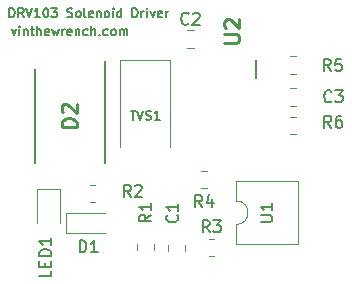
<source format=gbr>
%TF.GenerationSoftware,KiCad,Pcbnew,9.0.3*%
%TF.CreationDate,2025-07-11T14:37:00-05:00*%
%TF.ProjectId,drvplugin,64727670-6c75-4676-996e-2e6b69636164,rev?*%
%TF.SameCoordinates,Original*%
%TF.FileFunction,Legend,Top*%
%TF.FilePolarity,Positive*%
%FSLAX46Y46*%
G04 Gerber Fmt 4.6, Leading zero omitted, Abs format (unit mm)*
G04 Created by KiCad (PCBNEW 9.0.3) date 2025-07-11 14:37:00*
%MOMM*%
%LPD*%
G01*
G04 APERTURE LIST*
%ADD10C,0.150000*%
%ADD11C,0.187500*%
%ADD12C,0.254000*%
%ADD13C,0.127000*%
%ADD14C,0.120000*%
%ADD15C,0.200000*%
G04 APERTURE END LIST*
D10*
X42657541Y-45390945D02*
X42838969Y-45898945D01*
X42838969Y-45898945D02*
X43020398Y-45390945D01*
X43310683Y-45898945D02*
X43310683Y-45390945D01*
X43310683Y-45136945D02*
X43274397Y-45173231D01*
X43274397Y-45173231D02*
X43310683Y-45209517D01*
X43310683Y-45209517D02*
X43346969Y-45173231D01*
X43346969Y-45173231D02*
X43310683Y-45136945D01*
X43310683Y-45136945D02*
X43310683Y-45209517D01*
X43673540Y-45390945D02*
X43673540Y-45898945D01*
X43673540Y-45463517D02*
X43709826Y-45427231D01*
X43709826Y-45427231D02*
X43782397Y-45390945D01*
X43782397Y-45390945D02*
X43891254Y-45390945D01*
X43891254Y-45390945D02*
X43963826Y-45427231D01*
X43963826Y-45427231D02*
X44000112Y-45499802D01*
X44000112Y-45499802D02*
X44000112Y-45898945D01*
X44254112Y-45390945D02*
X44544398Y-45390945D01*
X44362969Y-45136945D02*
X44362969Y-45790088D01*
X44362969Y-45790088D02*
X44399255Y-45862660D01*
X44399255Y-45862660D02*
X44471826Y-45898945D01*
X44471826Y-45898945D02*
X44544398Y-45898945D01*
X44798398Y-45898945D02*
X44798398Y-45136945D01*
X45124970Y-45898945D02*
X45124970Y-45499802D01*
X45124970Y-45499802D02*
X45088684Y-45427231D01*
X45088684Y-45427231D02*
X45016112Y-45390945D01*
X45016112Y-45390945D02*
X44907255Y-45390945D01*
X44907255Y-45390945D02*
X44834684Y-45427231D01*
X44834684Y-45427231D02*
X44798398Y-45463517D01*
X45778113Y-45862660D02*
X45705541Y-45898945D01*
X45705541Y-45898945D02*
X45560399Y-45898945D01*
X45560399Y-45898945D02*
X45487827Y-45862660D01*
X45487827Y-45862660D02*
X45451541Y-45790088D01*
X45451541Y-45790088D02*
X45451541Y-45499802D01*
X45451541Y-45499802D02*
X45487827Y-45427231D01*
X45487827Y-45427231D02*
X45560399Y-45390945D01*
X45560399Y-45390945D02*
X45705541Y-45390945D01*
X45705541Y-45390945D02*
X45778113Y-45427231D01*
X45778113Y-45427231D02*
X45814399Y-45499802D01*
X45814399Y-45499802D02*
X45814399Y-45572374D01*
X45814399Y-45572374D02*
X45451541Y-45644945D01*
X46068399Y-45390945D02*
X46213542Y-45898945D01*
X46213542Y-45898945D02*
X46358684Y-45536088D01*
X46358684Y-45536088D02*
X46503827Y-45898945D01*
X46503827Y-45898945D02*
X46648970Y-45390945D01*
X46939256Y-45898945D02*
X46939256Y-45390945D01*
X46939256Y-45536088D02*
X46975542Y-45463517D01*
X46975542Y-45463517D02*
X47011828Y-45427231D01*
X47011828Y-45427231D02*
X47084399Y-45390945D01*
X47084399Y-45390945D02*
X47156970Y-45390945D01*
X47701256Y-45862660D02*
X47628684Y-45898945D01*
X47628684Y-45898945D02*
X47483542Y-45898945D01*
X47483542Y-45898945D02*
X47410970Y-45862660D01*
X47410970Y-45862660D02*
X47374684Y-45790088D01*
X47374684Y-45790088D02*
X47374684Y-45499802D01*
X47374684Y-45499802D02*
X47410970Y-45427231D01*
X47410970Y-45427231D02*
X47483542Y-45390945D01*
X47483542Y-45390945D02*
X47628684Y-45390945D01*
X47628684Y-45390945D02*
X47701256Y-45427231D01*
X47701256Y-45427231D02*
X47737542Y-45499802D01*
X47737542Y-45499802D02*
X47737542Y-45572374D01*
X47737542Y-45572374D02*
X47374684Y-45644945D01*
X48064113Y-45390945D02*
X48064113Y-45898945D01*
X48064113Y-45463517D02*
X48100399Y-45427231D01*
X48100399Y-45427231D02*
X48172970Y-45390945D01*
X48172970Y-45390945D02*
X48281827Y-45390945D01*
X48281827Y-45390945D02*
X48354399Y-45427231D01*
X48354399Y-45427231D02*
X48390685Y-45499802D01*
X48390685Y-45499802D02*
X48390685Y-45898945D01*
X49080114Y-45862660D02*
X49007542Y-45898945D01*
X49007542Y-45898945D02*
X48862399Y-45898945D01*
X48862399Y-45898945D02*
X48789828Y-45862660D01*
X48789828Y-45862660D02*
X48753542Y-45826374D01*
X48753542Y-45826374D02*
X48717256Y-45753802D01*
X48717256Y-45753802D02*
X48717256Y-45536088D01*
X48717256Y-45536088D02*
X48753542Y-45463517D01*
X48753542Y-45463517D02*
X48789828Y-45427231D01*
X48789828Y-45427231D02*
X48862399Y-45390945D01*
X48862399Y-45390945D02*
X49007542Y-45390945D01*
X49007542Y-45390945D02*
X49080114Y-45427231D01*
X49406685Y-45898945D02*
X49406685Y-45136945D01*
X49733257Y-45898945D02*
X49733257Y-45499802D01*
X49733257Y-45499802D02*
X49696971Y-45427231D01*
X49696971Y-45427231D02*
X49624399Y-45390945D01*
X49624399Y-45390945D02*
X49515542Y-45390945D01*
X49515542Y-45390945D02*
X49442971Y-45427231D01*
X49442971Y-45427231D02*
X49406685Y-45463517D01*
X50096114Y-45826374D02*
X50132400Y-45862660D01*
X50132400Y-45862660D02*
X50096114Y-45898945D01*
X50096114Y-45898945D02*
X50059828Y-45862660D01*
X50059828Y-45862660D02*
X50096114Y-45826374D01*
X50096114Y-45826374D02*
X50096114Y-45898945D01*
X50785543Y-45862660D02*
X50712971Y-45898945D01*
X50712971Y-45898945D02*
X50567828Y-45898945D01*
X50567828Y-45898945D02*
X50495257Y-45862660D01*
X50495257Y-45862660D02*
X50458971Y-45826374D01*
X50458971Y-45826374D02*
X50422685Y-45753802D01*
X50422685Y-45753802D02*
X50422685Y-45536088D01*
X50422685Y-45536088D02*
X50458971Y-45463517D01*
X50458971Y-45463517D02*
X50495257Y-45427231D01*
X50495257Y-45427231D02*
X50567828Y-45390945D01*
X50567828Y-45390945D02*
X50712971Y-45390945D01*
X50712971Y-45390945D02*
X50785543Y-45427231D01*
X51220971Y-45898945D02*
X51148400Y-45862660D01*
X51148400Y-45862660D02*
X51112114Y-45826374D01*
X51112114Y-45826374D02*
X51075828Y-45753802D01*
X51075828Y-45753802D02*
X51075828Y-45536088D01*
X51075828Y-45536088D02*
X51112114Y-45463517D01*
X51112114Y-45463517D02*
X51148400Y-45427231D01*
X51148400Y-45427231D02*
X51220971Y-45390945D01*
X51220971Y-45390945D02*
X51329828Y-45390945D01*
X51329828Y-45390945D02*
X51402400Y-45427231D01*
X51402400Y-45427231D02*
X51438686Y-45463517D01*
X51438686Y-45463517D02*
X51474971Y-45536088D01*
X51474971Y-45536088D02*
X51474971Y-45753802D01*
X51474971Y-45753802D02*
X51438686Y-45826374D01*
X51438686Y-45826374D02*
X51402400Y-45862660D01*
X51402400Y-45862660D02*
X51329828Y-45898945D01*
X51329828Y-45898945D02*
X51220971Y-45898945D01*
X51801543Y-45898945D02*
X51801543Y-45390945D01*
X51801543Y-45463517D02*
X51837829Y-45427231D01*
X51837829Y-45427231D02*
X51910400Y-45390945D01*
X51910400Y-45390945D02*
X52019257Y-45390945D01*
X52019257Y-45390945D02*
X52091829Y-45427231D01*
X52091829Y-45427231D02*
X52128115Y-45499802D01*
X52128115Y-45499802D02*
X52128115Y-45898945D01*
X52128115Y-45499802D02*
X52164400Y-45427231D01*
X52164400Y-45427231D02*
X52236972Y-45390945D01*
X52236972Y-45390945D02*
X52345829Y-45390945D01*
X52345829Y-45390945D02*
X52418400Y-45427231D01*
X52418400Y-45427231D02*
X52454686Y-45499802D01*
X52454686Y-45499802D02*
X52454686Y-45898945D01*
D11*
X42473429Y-44346995D02*
X42473429Y-43584995D01*
X42473429Y-43584995D02*
X42654858Y-43584995D01*
X42654858Y-43584995D02*
X42763715Y-43621281D01*
X42763715Y-43621281D02*
X42836286Y-43693852D01*
X42836286Y-43693852D02*
X42872572Y-43766424D01*
X42872572Y-43766424D02*
X42908858Y-43911567D01*
X42908858Y-43911567D02*
X42908858Y-44020424D01*
X42908858Y-44020424D02*
X42872572Y-44165567D01*
X42872572Y-44165567D02*
X42836286Y-44238138D01*
X42836286Y-44238138D02*
X42763715Y-44310710D01*
X42763715Y-44310710D02*
X42654858Y-44346995D01*
X42654858Y-44346995D02*
X42473429Y-44346995D01*
X43670858Y-44346995D02*
X43416858Y-43984138D01*
X43235429Y-44346995D02*
X43235429Y-43584995D01*
X43235429Y-43584995D02*
X43525715Y-43584995D01*
X43525715Y-43584995D02*
X43598286Y-43621281D01*
X43598286Y-43621281D02*
X43634572Y-43657567D01*
X43634572Y-43657567D02*
X43670858Y-43730138D01*
X43670858Y-43730138D02*
X43670858Y-43838995D01*
X43670858Y-43838995D02*
X43634572Y-43911567D01*
X43634572Y-43911567D02*
X43598286Y-43947852D01*
X43598286Y-43947852D02*
X43525715Y-43984138D01*
X43525715Y-43984138D02*
X43235429Y-43984138D01*
X43888572Y-43584995D02*
X44142572Y-44346995D01*
X44142572Y-44346995D02*
X44396572Y-43584995D01*
X45049715Y-44346995D02*
X44614286Y-44346995D01*
X44832001Y-44346995D02*
X44832001Y-43584995D01*
X44832001Y-43584995D02*
X44759429Y-43693852D01*
X44759429Y-43693852D02*
X44686858Y-43766424D01*
X44686858Y-43766424D02*
X44614286Y-43802710D01*
X45521429Y-43584995D02*
X45594000Y-43584995D01*
X45594000Y-43584995D02*
X45666572Y-43621281D01*
X45666572Y-43621281D02*
X45702858Y-43657567D01*
X45702858Y-43657567D02*
X45739143Y-43730138D01*
X45739143Y-43730138D02*
X45775429Y-43875281D01*
X45775429Y-43875281D02*
X45775429Y-44056710D01*
X45775429Y-44056710D02*
X45739143Y-44201852D01*
X45739143Y-44201852D02*
X45702858Y-44274424D01*
X45702858Y-44274424D02*
X45666572Y-44310710D01*
X45666572Y-44310710D02*
X45594000Y-44346995D01*
X45594000Y-44346995D02*
X45521429Y-44346995D01*
X45521429Y-44346995D02*
X45448858Y-44310710D01*
X45448858Y-44310710D02*
X45412572Y-44274424D01*
X45412572Y-44274424D02*
X45376286Y-44201852D01*
X45376286Y-44201852D02*
X45340000Y-44056710D01*
X45340000Y-44056710D02*
X45340000Y-43875281D01*
X45340000Y-43875281D02*
X45376286Y-43730138D01*
X45376286Y-43730138D02*
X45412572Y-43657567D01*
X45412572Y-43657567D02*
X45448858Y-43621281D01*
X45448858Y-43621281D02*
X45521429Y-43584995D01*
X46029429Y-43584995D02*
X46501143Y-43584995D01*
X46501143Y-43584995D02*
X46247143Y-43875281D01*
X46247143Y-43875281D02*
X46356000Y-43875281D01*
X46356000Y-43875281D02*
X46428572Y-43911567D01*
X46428572Y-43911567D02*
X46464857Y-43947852D01*
X46464857Y-43947852D02*
X46501143Y-44020424D01*
X46501143Y-44020424D02*
X46501143Y-44201852D01*
X46501143Y-44201852D02*
X46464857Y-44274424D01*
X46464857Y-44274424D02*
X46428572Y-44310710D01*
X46428572Y-44310710D02*
X46356000Y-44346995D01*
X46356000Y-44346995D02*
X46138286Y-44346995D01*
X46138286Y-44346995D02*
X46065714Y-44310710D01*
X46065714Y-44310710D02*
X46029429Y-44274424D01*
X47371999Y-44310710D02*
X47480857Y-44346995D01*
X47480857Y-44346995D02*
X47662285Y-44346995D01*
X47662285Y-44346995D02*
X47734857Y-44310710D01*
X47734857Y-44310710D02*
X47771142Y-44274424D01*
X47771142Y-44274424D02*
X47807428Y-44201852D01*
X47807428Y-44201852D02*
X47807428Y-44129281D01*
X47807428Y-44129281D02*
X47771142Y-44056710D01*
X47771142Y-44056710D02*
X47734857Y-44020424D01*
X47734857Y-44020424D02*
X47662285Y-43984138D01*
X47662285Y-43984138D02*
X47517142Y-43947852D01*
X47517142Y-43947852D02*
X47444571Y-43911567D01*
X47444571Y-43911567D02*
X47408285Y-43875281D01*
X47408285Y-43875281D02*
X47371999Y-43802710D01*
X47371999Y-43802710D02*
X47371999Y-43730138D01*
X47371999Y-43730138D02*
X47408285Y-43657567D01*
X47408285Y-43657567D02*
X47444571Y-43621281D01*
X47444571Y-43621281D02*
X47517142Y-43584995D01*
X47517142Y-43584995D02*
X47698571Y-43584995D01*
X47698571Y-43584995D02*
X47807428Y-43621281D01*
X48242856Y-44346995D02*
X48170285Y-44310710D01*
X48170285Y-44310710D02*
X48133999Y-44274424D01*
X48133999Y-44274424D02*
X48097713Y-44201852D01*
X48097713Y-44201852D02*
X48097713Y-43984138D01*
X48097713Y-43984138D02*
X48133999Y-43911567D01*
X48133999Y-43911567D02*
X48170285Y-43875281D01*
X48170285Y-43875281D02*
X48242856Y-43838995D01*
X48242856Y-43838995D02*
X48351713Y-43838995D01*
X48351713Y-43838995D02*
X48424285Y-43875281D01*
X48424285Y-43875281D02*
X48460571Y-43911567D01*
X48460571Y-43911567D02*
X48496856Y-43984138D01*
X48496856Y-43984138D02*
X48496856Y-44201852D01*
X48496856Y-44201852D02*
X48460571Y-44274424D01*
X48460571Y-44274424D02*
X48424285Y-44310710D01*
X48424285Y-44310710D02*
X48351713Y-44346995D01*
X48351713Y-44346995D02*
X48242856Y-44346995D01*
X48932285Y-44346995D02*
X48859714Y-44310710D01*
X48859714Y-44310710D02*
X48823428Y-44238138D01*
X48823428Y-44238138D02*
X48823428Y-43584995D01*
X49512857Y-44310710D02*
X49440285Y-44346995D01*
X49440285Y-44346995D02*
X49295143Y-44346995D01*
X49295143Y-44346995D02*
X49222571Y-44310710D01*
X49222571Y-44310710D02*
X49186285Y-44238138D01*
X49186285Y-44238138D02*
X49186285Y-43947852D01*
X49186285Y-43947852D02*
X49222571Y-43875281D01*
X49222571Y-43875281D02*
X49295143Y-43838995D01*
X49295143Y-43838995D02*
X49440285Y-43838995D01*
X49440285Y-43838995D02*
X49512857Y-43875281D01*
X49512857Y-43875281D02*
X49549143Y-43947852D01*
X49549143Y-43947852D02*
X49549143Y-44020424D01*
X49549143Y-44020424D02*
X49186285Y-44092995D01*
X49875714Y-43838995D02*
X49875714Y-44346995D01*
X49875714Y-43911567D02*
X49912000Y-43875281D01*
X49912000Y-43875281D02*
X49984571Y-43838995D01*
X49984571Y-43838995D02*
X50093428Y-43838995D01*
X50093428Y-43838995D02*
X50166000Y-43875281D01*
X50166000Y-43875281D02*
X50202286Y-43947852D01*
X50202286Y-43947852D02*
X50202286Y-44346995D01*
X50674000Y-44346995D02*
X50601429Y-44310710D01*
X50601429Y-44310710D02*
X50565143Y-44274424D01*
X50565143Y-44274424D02*
X50528857Y-44201852D01*
X50528857Y-44201852D02*
X50528857Y-43984138D01*
X50528857Y-43984138D02*
X50565143Y-43911567D01*
X50565143Y-43911567D02*
X50601429Y-43875281D01*
X50601429Y-43875281D02*
X50674000Y-43838995D01*
X50674000Y-43838995D02*
X50782857Y-43838995D01*
X50782857Y-43838995D02*
X50855429Y-43875281D01*
X50855429Y-43875281D02*
X50891715Y-43911567D01*
X50891715Y-43911567D02*
X50928000Y-43984138D01*
X50928000Y-43984138D02*
X50928000Y-44201852D01*
X50928000Y-44201852D02*
X50891715Y-44274424D01*
X50891715Y-44274424D02*
X50855429Y-44310710D01*
X50855429Y-44310710D02*
X50782857Y-44346995D01*
X50782857Y-44346995D02*
X50674000Y-44346995D01*
X51254572Y-44346995D02*
X51254572Y-43838995D01*
X51254572Y-43584995D02*
X51218286Y-43621281D01*
X51218286Y-43621281D02*
X51254572Y-43657567D01*
X51254572Y-43657567D02*
X51290858Y-43621281D01*
X51290858Y-43621281D02*
X51254572Y-43584995D01*
X51254572Y-43584995D02*
X51254572Y-43657567D01*
X51944001Y-44346995D02*
X51944001Y-43584995D01*
X51944001Y-44310710D02*
X51871429Y-44346995D01*
X51871429Y-44346995D02*
X51726286Y-44346995D01*
X51726286Y-44346995D02*
X51653715Y-44310710D01*
X51653715Y-44310710D02*
X51617429Y-44274424D01*
X51617429Y-44274424D02*
X51581143Y-44201852D01*
X51581143Y-44201852D02*
X51581143Y-43984138D01*
X51581143Y-43984138D02*
X51617429Y-43911567D01*
X51617429Y-43911567D02*
X51653715Y-43875281D01*
X51653715Y-43875281D02*
X51726286Y-43838995D01*
X51726286Y-43838995D02*
X51871429Y-43838995D01*
X51871429Y-43838995D02*
X51944001Y-43875281D01*
X52887429Y-44346995D02*
X52887429Y-43584995D01*
X52887429Y-43584995D02*
X53068858Y-43584995D01*
X53068858Y-43584995D02*
X53177715Y-43621281D01*
X53177715Y-43621281D02*
X53250286Y-43693852D01*
X53250286Y-43693852D02*
X53286572Y-43766424D01*
X53286572Y-43766424D02*
X53322858Y-43911567D01*
X53322858Y-43911567D02*
X53322858Y-44020424D01*
X53322858Y-44020424D02*
X53286572Y-44165567D01*
X53286572Y-44165567D02*
X53250286Y-44238138D01*
X53250286Y-44238138D02*
X53177715Y-44310710D01*
X53177715Y-44310710D02*
X53068858Y-44346995D01*
X53068858Y-44346995D02*
X52887429Y-44346995D01*
X53649429Y-44346995D02*
X53649429Y-43838995D01*
X53649429Y-43984138D02*
X53685715Y-43911567D01*
X53685715Y-43911567D02*
X53722001Y-43875281D01*
X53722001Y-43875281D02*
X53794572Y-43838995D01*
X53794572Y-43838995D02*
X53867143Y-43838995D01*
X54121143Y-44346995D02*
X54121143Y-43838995D01*
X54121143Y-43584995D02*
X54084857Y-43621281D01*
X54084857Y-43621281D02*
X54121143Y-43657567D01*
X54121143Y-43657567D02*
X54157429Y-43621281D01*
X54157429Y-43621281D02*
X54121143Y-43584995D01*
X54121143Y-43584995D02*
X54121143Y-43657567D01*
X54411429Y-43838995D02*
X54592857Y-44346995D01*
X54592857Y-44346995D02*
X54774286Y-43838995D01*
X55354857Y-44310710D02*
X55282285Y-44346995D01*
X55282285Y-44346995D02*
X55137143Y-44346995D01*
X55137143Y-44346995D02*
X55064571Y-44310710D01*
X55064571Y-44310710D02*
X55028285Y-44238138D01*
X55028285Y-44238138D02*
X55028285Y-43947852D01*
X55028285Y-43947852D02*
X55064571Y-43875281D01*
X55064571Y-43875281D02*
X55137143Y-43838995D01*
X55137143Y-43838995D02*
X55282285Y-43838995D01*
X55282285Y-43838995D02*
X55354857Y-43875281D01*
X55354857Y-43875281D02*
X55391143Y-43947852D01*
X55391143Y-43947852D02*
X55391143Y-44020424D01*
X55391143Y-44020424D02*
X55028285Y-44092995D01*
X55717714Y-44346995D02*
X55717714Y-43838995D01*
X55717714Y-43984138D02*
X55754000Y-43911567D01*
X55754000Y-43911567D02*
X55790286Y-43875281D01*
X55790286Y-43875281D02*
X55862857Y-43838995D01*
X55862857Y-43838995D02*
X55935428Y-43838995D01*
D10*
X69711333Y-53704819D02*
X69378000Y-53228628D01*
X69139905Y-53704819D02*
X69139905Y-52704819D01*
X69139905Y-52704819D02*
X69520857Y-52704819D01*
X69520857Y-52704819D02*
X69616095Y-52752438D01*
X69616095Y-52752438D02*
X69663714Y-52800057D01*
X69663714Y-52800057D02*
X69711333Y-52895295D01*
X69711333Y-52895295D02*
X69711333Y-53038152D01*
X69711333Y-53038152D02*
X69663714Y-53133390D01*
X69663714Y-53133390D02*
X69616095Y-53181009D01*
X69616095Y-53181009D02*
X69520857Y-53228628D01*
X69520857Y-53228628D02*
X69139905Y-53228628D01*
X70568476Y-52704819D02*
X70378000Y-52704819D01*
X70378000Y-52704819D02*
X70282762Y-52752438D01*
X70282762Y-52752438D02*
X70235143Y-52800057D01*
X70235143Y-52800057D02*
X70139905Y-52942914D01*
X70139905Y-52942914D02*
X70092286Y-53133390D01*
X70092286Y-53133390D02*
X70092286Y-53514342D01*
X70092286Y-53514342D02*
X70139905Y-53609580D01*
X70139905Y-53609580D02*
X70187524Y-53657200D01*
X70187524Y-53657200D02*
X70282762Y-53704819D01*
X70282762Y-53704819D02*
X70473238Y-53704819D01*
X70473238Y-53704819D02*
X70568476Y-53657200D01*
X70568476Y-53657200D02*
X70616095Y-53609580D01*
X70616095Y-53609580D02*
X70663714Y-53514342D01*
X70663714Y-53514342D02*
X70663714Y-53276247D01*
X70663714Y-53276247D02*
X70616095Y-53181009D01*
X70616095Y-53181009D02*
X70568476Y-53133390D01*
X70568476Y-53133390D02*
X70473238Y-53085771D01*
X70473238Y-53085771D02*
X70282762Y-53085771D01*
X70282762Y-53085771D02*
X70187524Y-53133390D01*
X70187524Y-53133390D02*
X70139905Y-53181009D01*
X70139905Y-53181009D02*
X70092286Y-53276247D01*
X56659580Y-61116666D02*
X56707200Y-61164285D01*
X56707200Y-61164285D02*
X56754819Y-61307142D01*
X56754819Y-61307142D02*
X56754819Y-61402380D01*
X56754819Y-61402380D02*
X56707200Y-61545237D01*
X56707200Y-61545237D02*
X56611961Y-61640475D01*
X56611961Y-61640475D02*
X56516723Y-61688094D01*
X56516723Y-61688094D02*
X56326247Y-61735713D01*
X56326247Y-61735713D02*
X56183390Y-61735713D01*
X56183390Y-61735713D02*
X55992914Y-61688094D01*
X55992914Y-61688094D02*
X55897676Y-61640475D01*
X55897676Y-61640475D02*
X55802438Y-61545237D01*
X55802438Y-61545237D02*
X55754819Y-61402380D01*
X55754819Y-61402380D02*
X55754819Y-61307142D01*
X55754819Y-61307142D02*
X55802438Y-61164285D01*
X55802438Y-61164285D02*
X55850057Y-61116666D01*
X56754819Y-60164285D02*
X56754819Y-60735713D01*
X56754819Y-60449999D02*
X55754819Y-60449999D01*
X55754819Y-60449999D02*
X55897676Y-60545237D01*
X55897676Y-60545237D02*
X55992914Y-60640475D01*
X55992914Y-60640475D02*
X56040533Y-60735713D01*
D12*
X60654318Y-46517619D02*
X61682413Y-46517619D01*
X61682413Y-46517619D02*
X61803365Y-46457142D01*
X61803365Y-46457142D02*
X61863842Y-46396666D01*
X61863842Y-46396666D02*
X61924318Y-46275714D01*
X61924318Y-46275714D02*
X61924318Y-46033809D01*
X61924318Y-46033809D02*
X61863842Y-45912857D01*
X61863842Y-45912857D02*
X61803365Y-45852380D01*
X61803365Y-45852380D02*
X61682413Y-45791904D01*
X61682413Y-45791904D02*
X60654318Y-45791904D01*
X60775270Y-45247619D02*
X60714794Y-45187143D01*
X60714794Y-45187143D02*
X60654318Y-45066190D01*
X60654318Y-45066190D02*
X60654318Y-44763809D01*
X60654318Y-44763809D02*
X60714794Y-44642857D01*
X60714794Y-44642857D02*
X60775270Y-44582381D01*
X60775270Y-44582381D02*
X60896222Y-44521904D01*
X60896222Y-44521904D02*
X61017175Y-44521904D01*
X61017175Y-44521904D02*
X61198603Y-44582381D01*
X61198603Y-44582381D02*
X61924318Y-45308095D01*
X61924318Y-45308095D02*
X61924318Y-44521904D01*
D10*
X52733333Y-59554819D02*
X52400000Y-59078628D01*
X52161905Y-59554819D02*
X52161905Y-58554819D01*
X52161905Y-58554819D02*
X52542857Y-58554819D01*
X52542857Y-58554819D02*
X52638095Y-58602438D01*
X52638095Y-58602438D02*
X52685714Y-58650057D01*
X52685714Y-58650057D02*
X52733333Y-58745295D01*
X52733333Y-58745295D02*
X52733333Y-58888152D01*
X52733333Y-58888152D02*
X52685714Y-58983390D01*
X52685714Y-58983390D02*
X52638095Y-59031009D01*
X52638095Y-59031009D02*
X52542857Y-59078628D01*
X52542857Y-59078628D02*
X52161905Y-59078628D01*
X53114286Y-58650057D02*
X53161905Y-58602438D01*
X53161905Y-58602438D02*
X53257143Y-58554819D01*
X53257143Y-58554819D02*
X53495238Y-58554819D01*
X53495238Y-58554819D02*
X53590476Y-58602438D01*
X53590476Y-58602438D02*
X53638095Y-58650057D01*
X53638095Y-58650057D02*
X53685714Y-58745295D01*
X53685714Y-58745295D02*
X53685714Y-58840533D01*
X53685714Y-58840533D02*
X53638095Y-58983390D01*
X53638095Y-58983390D02*
X53066667Y-59554819D01*
X53066667Y-59554819D02*
X53685714Y-59554819D01*
X54454819Y-61066666D02*
X53978628Y-61399999D01*
X54454819Y-61638094D02*
X53454819Y-61638094D01*
X53454819Y-61638094D02*
X53454819Y-61257142D01*
X53454819Y-61257142D02*
X53502438Y-61161904D01*
X53502438Y-61161904D02*
X53550057Y-61114285D01*
X53550057Y-61114285D02*
X53645295Y-61066666D01*
X53645295Y-61066666D02*
X53788152Y-61066666D01*
X53788152Y-61066666D02*
X53883390Y-61114285D01*
X53883390Y-61114285D02*
X53931009Y-61161904D01*
X53931009Y-61161904D02*
X53978628Y-61257142D01*
X53978628Y-61257142D02*
X53978628Y-61638094D01*
X54454819Y-60114285D02*
X54454819Y-60685713D01*
X54454819Y-60399999D02*
X53454819Y-60399999D01*
X53454819Y-60399999D02*
X53597676Y-60495237D01*
X53597676Y-60495237D02*
X53692914Y-60590475D01*
X53692914Y-60590475D02*
X53740533Y-60685713D01*
D12*
X48154318Y-53628381D02*
X46884318Y-53628381D01*
X46884318Y-53628381D02*
X46884318Y-53326000D01*
X46884318Y-53326000D02*
X46944794Y-53144571D01*
X46944794Y-53144571D02*
X47065746Y-53023619D01*
X47065746Y-53023619D02*
X47186699Y-52963142D01*
X47186699Y-52963142D02*
X47428603Y-52902666D01*
X47428603Y-52902666D02*
X47610032Y-52902666D01*
X47610032Y-52902666D02*
X47851937Y-52963142D01*
X47851937Y-52963142D02*
X47972889Y-53023619D01*
X47972889Y-53023619D02*
X48093842Y-53144571D01*
X48093842Y-53144571D02*
X48154318Y-53326000D01*
X48154318Y-53326000D02*
X48154318Y-53628381D01*
X47005270Y-52418857D02*
X46944794Y-52358381D01*
X46944794Y-52358381D02*
X46884318Y-52237428D01*
X46884318Y-52237428D02*
X46884318Y-51935047D01*
X46884318Y-51935047D02*
X46944794Y-51814095D01*
X46944794Y-51814095D02*
X47005270Y-51753619D01*
X47005270Y-51753619D02*
X47126222Y-51693142D01*
X47126222Y-51693142D02*
X47247175Y-51693142D01*
X47247175Y-51693142D02*
X47428603Y-51753619D01*
X47428603Y-51753619D02*
X48154318Y-52479333D01*
X48154318Y-52479333D02*
X48154318Y-51693142D01*
D10*
X69661333Y-48904819D02*
X69328000Y-48428628D01*
X69089905Y-48904819D02*
X69089905Y-47904819D01*
X69089905Y-47904819D02*
X69470857Y-47904819D01*
X69470857Y-47904819D02*
X69566095Y-47952438D01*
X69566095Y-47952438D02*
X69613714Y-48000057D01*
X69613714Y-48000057D02*
X69661333Y-48095295D01*
X69661333Y-48095295D02*
X69661333Y-48238152D01*
X69661333Y-48238152D02*
X69613714Y-48333390D01*
X69613714Y-48333390D02*
X69566095Y-48381009D01*
X69566095Y-48381009D02*
X69470857Y-48428628D01*
X69470857Y-48428628D02*
X69089905Y-48428628D01*
X70566095Y-47904819D02*
X70089905Y-47904819D01*
X70089905Y-47904819D02*
X70042286Y-48381009D01*
X70042286Y-48381009D02*
X70089905Y-48333390D01*
X70089905Y-48333390D02*
X70185143Y-48285771D01*
X70185143Y-48285771D02*
X70423238Y-48285771D01*
X70423238Y-48285771D02*
X70518476Y-48333390D01*
X70518476Y-48333390D02*
X70566095Y-48381009D01*
X70566095Y-48381009D02*
X70613714Y-48476247D01*
X70613714Y-48476247D02*
X70613714Y-48714342D01*
X70613714Y-48714342D02*
X70566095Y-48809580D01*
X70566095Y-48809580D02*
X70518476Y-48857200D01*
X70518476Y-48857200D02*
X70423238Y-48904819D01*
X70423238Y-48904819D02*
X70185143Y-48904819D01*
X70185143Y-48904819D02*
X70089905Y-48857200D01*
X70089905Y-48857200D02*
X70042286Y-48809580D01*
X59408333Y-62554819D02*
X59075000Y-62078628D01*
X58836905Y-62554819D02*
X58836905Y-61554819D01*
X58836905Y-61554819D02*
X59217857Y-61554819D01*
X59217857Y-61554819D02*
X59313095Y-61602438D01*
X59313095Y-61602438D02*
X59360714Y-61650057D01*
X59360714Y-61650057D02*
X59408333Y-61745295D01*
X59408333Y-61745295D02*
X59408333Y-61888152D01*
X59408333Y-61888152D02*
X59360714Y-61983390D01*
X59360714Y-61983390D02*
X59313095Y-62031009D01*
X59313095Y-62031009D02*
X59217857Y-62078628D01*
X59217857Y-62078628D02*
X58836905Y-62078628D01*
X59741667Y-61554819D02*
X60360714Y-61554819D01*
X60360714Y-61554819D02*
X60027381Y-61935771D01*
X60027381Y-61935771D02*
X60170238Y-61935771D01*
X60170238Y-61935771D02*
X60265476Y-61983390D01*
X60265476Y-61983390D02*
X60313095Y-62031009D01*
X60313095Y-62031009D02*
X60360714Y-62126247D01*
X60360714Y-62126247D02*
X60360714Y-62364342D01*
X60360714Y-62364342D02*
X60313095Y-62459580D01*
X60313095Y-62459580D02*
X60265476Y-62507200D01*
X60265476Y-62507200D02*
X60170238Y-62554819D01*
X60170238Y-62554819D02*
X59884524Y-62554819D01*
X59884524Y-62554819D02*
X59789286Y-62507200D01*
X59789286Y-62507200D02*
X59741667Y-62459580D01*
X63729819Y-61676904D02*
X64539342Y-61676904D01*
X64539342Y-61676904D02*
X64634580Y-61629285D01*
X64634580Y-61629285D02*
X64682200Y-61581666D01*
X64682200Y-61581666D02*
X64729819Y-61486428D01*
X64729819Y-61486428D02*
X64729819Y-61295952D01*
X64729819Y-61295952D02*
X64682200Y-61200714D01*
X64682200Y-61200714D02*
X64634580Y-61153095D01*
X64634580Y-61153095D02*
X64539342Y-61105476D01*
X64539342Y-61105476D02*
X63729819Y-61105476D01*
X64729819Y-60105476D02*
X64729819Y-60676904D01*
X64729819Y-60391190D02*
X63729819Y-60391190D01*
X63729819Y-60391190D02*
X63872676Y-60486428D01*
X63872676Y-60486428D02*
X63967914Y-60581666D01*
X63967914Y-60581666D02*
X64015533Y-60676904D01*
D13*
X52730000Y-52283911D02*
X53165429Y-52283911D01*
X52947714Y-53045911D02*
X52947714Y-52283911D01*
X53310571Y-52283911D02*
X53564571Y-53045911D01*
X53564571Y-53045911D02*
X53818571Y-52283911D01*
X54036285Y-53009626D02*
X54145143Y-53045911D01*
X54145143Y-53045911D02*
X54326571Y-53045911D01*
X54326571Y-53045911D02*
X54399143Y-53009626D01*
X54399143Y-53009626D02*
X54435428Y-52973340D01*
X54435428Y-52973340D02*
X54471714Y-52900768D01*
X54471714Y-52900768D02*
X54471714Y-52828197D01*
X54471714Y-52828197D02*
X54435428Y-52755626D01*
X54435428Y-52755626D02*
X54399143Y-52719340D01*
X54399143Y-52719340D02*
X54326571Y-52683054D01*
X54326571Y-52683054D02*
X54181428Y-52646768D01*
X54181428Y-52646768D02*
X54108857Y-52610483D01*
X54108857Y-52610483D02*
X54072571Y-52574197D01*
X54072571Y-52574197D02*
X54036285Y-52501626D01*
X54036285Y-52501626D02*
X54036285Y-52429054D01*
X54036285Y-52429054D02*
X54072571Y-52356483D01*
X54072571Y-52356483D02*
X54108857Y-52320197D01*
X54108857Y-52320197D02*
X54181428Y-52283911D01*
X54181428Y-52283911D02*
X54362857Y-52283911D01*
X54362857Y-52283911D02*
X54471714Y-52320197D01*
X55197428Y-53045911D02*
X54761999Y-53045911D01*
X54979714Y-53045911D02*
X54979714Y-52283911D01*
X54979714Y-52283911D02*
X54907142Y-52392768D01*
X54907142Y-52392768D02*
X54834571Y-52465340D01*
X54834571Y-52465340D02*
X54761999Y-52501626D01*
D10*
X48411905Y-64254819D02*
X48411905Y-63254819D01*
X48411905Y-63254819D02*
X48650000Y-63254819D01*
X48650000Y-63254819D02*
X48792857Y-63302438D01*
X48792857Y-63302438D02*
X48888095Y-63397676D01*
X48888095Y-63397676D02*
X48935714Y-63492914D01*
X48935714Y-63492914D02*
X48983333Y-63683390D01*
X48983333Y-63683390D02*
X48983333Y-63826247D01*
X48983333Y-63826247D02*
X48935714Y-64016723D01*
X48935714Y-64016723D02*
X48888095Y-64111961D01*
X48888095Y-64111961D02*
X48792857Y-64207200D01*
X48792857Y-64207200D02*
X48650000Y-64254819D01*
X48650000Y-64254819D02*
X48411905Y-64254819D01*
X49935714Y-64254819D02*
X49364286Y-64254819D01*
X49650000Y-64254819D02*
X49650000Y-63254819D01*
X49650000Y-63254819D02*
X49554762Y-63397676D01*
X49554762Y-63397676D02*
X49459524Y-63492914D01*
X49459524Y-63492914D02*
X49364286Y-63540533D01*
X57633333Y-44879580D02*
X57585714Y-44927200D01*
X57585714Y-44927200D02*
X57442857Y-44974819D01*
X57442857Y-44974819D02*
X57347619Y-44974819D01*
X57347619Y-44974819D02*
X57204762Y-44927200D01*
X57204762Y-44927200D02*
X57109524Y-44831961D01*
X57109524Y-44831961D02*
X57061905Y-44736723D01*
X57061905Y-44736723D02*
X57014286Y-44546247D01*
X57014286Y-44546247D02*
X57014286Y-44403390D01*
X57014286Y-44403390D02*
X57061905Y-44212914D01*
X57061905Y-44212914D02*
X57109524Y-44117676D01*
X57109524Y-44117676D02*
X57204762Y-44022438D01*
X57204762Y-44022438D02*
X57347619Y-43974819D01*
X57347619Y-43974819D02*
X57442857Y-43974819D01*
X57442857Y-43974819D02*
X57585714Y-44022438D01*
X57585714Y-44022438D02*
X57633333Y-44070057D01*
X58014286Y-44070057D02*
X58061905Y-44022438D01*
X58061905Y-44022438D02*
X58157143Y-43974819D01*
X58157143Y-43974819D02*
X58395238Y-43974819D01*
X58395238Y-43974819D02*
X58490476Y-44022438D01*
X58490476Y-44022438D02*
X58538095Y-44070057D01*
X58538095Y-44070057D02*
X58585714Y-44165295D01*
X58585714Y-44165295D02*
X58585714Y-44260533D01*
X58585714Y-44260533D02*
X58538095Y-44403390D01*
X58538095Y-44403390D02*
X57966667Y-44974819D01*
X57966667Y-44974819D02*
X58585714Y-44974819D01*
X58783333Y-60404819D02*
X58450000Y-59928628D01*
X58211905Y-60404819D02*
X58211905Y-59404819D01*
X58211905Y-59404819D02*
X58592857Y-59404819D01*
X58592857Y-59404819D02*
X58688095Y-59452438D01*
X58688095Y-59452438D02*
X58735714Y-59500057D01*
X58735714Y-59500057D02*
X58783333Y-59595295D01*
X58783333Y-59595295D02*
X58783333Y-59738152D01*
X58783333Y-59738152D02*
X58735714Y-59833390D01*
X58735714Y-59833390D02*
X58688095Y-59881009D01*
X58688095Y-59881009D02*
X58592857Y-59928628D01*
X58592857Y-59928628D02*
X58211905Y-59928628D01*
X59640476Y-59738152D02*
X59640476Y-60404819D01*
X59402381Y-59357200D02*
X59164286Y-60071485D01*
X59164286Y-60071485D02*
X59783333Y-60071485D01*
X46004819Y-65819047D02*
X46004819Y-66295237D01*
X46004819Y-66295237D02*
X45004819Y-66295237D01*
X45481009Y-65485713D02*
X45481009Y-65152380D01*
X46004819Y-65009523D02*
X46004819Y-65485713D01*
X46004819Y-65485713D02*
X45004819Y-65485713D01*
X45004819Y-65485713D02*
X45004819Y-65009523D01*
X46004819Y-64580951D02*
X45004819Y-64580951D01*
X45004819Y-64580951D02*
X45004819Y-64342856D01*
X45004819Y-64342856D02*
X45052438Y-64199999D01*
X45052438Y-64199999D02*
X45147676Y-64104761D01*
X45147676Y-64104761D02*
X45242914Y-64057142D01*
X45242914Y-64057142D02*
X45433390Y-64009523D01*
X45433390Y-64009523D02*
X45576247Y-64009523D01*
X45576247Y-64009523D02*
X45766723Y-64057142D01*
X45766723Y-64057142D02*
X45861961Y-64104761D01*
X45861961Y-64104761D02*
X45957200Y-64199999D01*
X45957200Y-64199999D02*
X46004819Y-64342856D01*
X46004819Y-64342856D02*
X46004819Y-64580951D01*
X46004819Y-63057142D02*
X46004819Y-63628570D01*
X46004819Y-63342856D02*
X45004819Y-63342856D01*
X45004819Y-63342856D02*
X45147676Y-63438094D01*
X45147676Y-63438094D02*
X45242914Y-63533332D01*
X45242914Y-63533332D02*
X45290533Y-63628570D01*
X69718833Y-51459580D02*
X69671214Y-51507200D01*
X69671214Y-51507200D02*
X69528357Y-51554819D01*
X69528357Y-51554819D02*
X69433119Y-51554819D01*
X69433119Y-51554819D02*
X69290262Y-51507200D01*
X69290262Y-51507200D02*
X69195024Y-51411961D01*
X69195024Y-51411961D02*
X69147405Y-51316723D01*
X69147405Y-51316723D02*
X69099786Y-51126247D01*
X69099786Y-51126247D02*
X69099786Y-50983390D01*
X69099786Y-50983390D02*
X69147405Y-50792914D01*
X69147405Y-50792914D02*
X69195024Y-50697676D01*
X69195024Y-50697676D02*
X69290262Y-50602438D01*
X69290262Y-50602438D02*
X69433119Y-50554819D01*
X69433119Y-50554819D02*
X69528357Y-50554819D01*
X69528357Y-50554819D02*
X69671214Y-50602438D01*
X69671214Y-50602438D02*
X69718833Y-50650057D01*
X70052167Y-50554819D02*
X70671214Y-50554819D01*
X70671214Y-50554819D02*
X70337881Y-50935771D01*
X70337881Y-50935771D02*
X70480738Y-50935771D01*
X70480738Y-50935771D02*
X70575976Y-50983390D01*
X70575976Y-50983390D02*
X70623595Y-51031009D01*
X70623595Y-51031009D02*
X70671214Y-51126247D01*
X70671214Y-51126247D02*
X70671214Y-51364342D01*
X70671214Y-51364342D02*
X70623595Y-51459580D01*
X70623595Y-51459580D02*
X70575976Y-51507200D01*
X70575976Y-51507200D02*
X70480738Y-51554819D01*
X70480738Y-51554819D02*
X70195024Y-51554819D01*
X70195024Y-51554819D02*
X70099786Y-51507200D01*
X70099786Y-51507200D02*
X70052167Y-51459580D01*
D14*
%TO.C,R6*%
X66250936Y-52765000D02*
X66705064Y-52765000D01*
X66250936Y-54235000D02*
X66705064Y-54235000D01*
%TO.C,C1*%
X55890000Y-63643748D02*
X55890000Y-64166252D01*
X57360000Y-63643748D02*
X57360000Y-64166252D01*
D15*
%TO.C,U2*%
X63310000Y-47991000D02*
X63310000Y-49516000D01*
D14*
%TO.C,R2*%
X49272936Y-58565000D02*
X49727064Y-58565000D01*
X49272936Y-60035000D02*
X49727064Y-60035000D01*
%TO.C,R1*%
X53240000Y-63577936D02*
X53240000Y-64032064D01*
X54710000Y-63577936D02*
X54710000Y-64032064D01*
D15*
%TO.C,D2*%
X44628000Y-48721000D02*
X44628000Y-56661000D01*
X50532000Y-56661000D02*
X50532000Y-48091000D01*
D14*
%TO.C,R5*%
X66250936Y-47665000D02*
X66705064Y-47665000D01*
X66250936Y-49135000D02*
X66705064Y-49135000D01*
%TO.C,R3*%
X59802064Y-63120000D02*
X59347936Y-63120000D01*
X59802064Y-64590000D02*
X59347936Y-64590000D01*
%TO.C,U1*%
X61670000Y-58260000D02*
X61670000Y-59910000D01*
X61670000Y-61910000D02*
X61670000Y-63560000D01*
X61670000Y-63560000D02*
X66870000Y-63560000D01*
X66870000Y-58260000D02*
X61670000Y-58260000D01*
X66870000Y-63560000D02*
X66870000Y-58260000D01*
X61670000Y-59910000D02*
G75*
G02*
X61670000Y-61910000I0J-1000000D01*
G01*
%TO.C,TVS1*%
X51805000Y-47954000D02*
X51805000Y-55364000D01*
X56105000Y-47954000D02*
X51805000Y-47954000D01*
X56105000Y-47954000D02*
X56105000Y-55364000D01*
%TO.C,D1*%
X47265000Y-60950000D02*
X47265000Y-62650000D01*
X47265000Y-60950000D02*
X50525000Y-60950000D01*
X47265000Y-62650000D02*
X50525000Y-62650000D01*
%TO.C,C2*%
X57538748Y-45465000D02*
X58061252Y-45465000D01*
X57538748Y-46935000D02*
X58061252Y-46935000D01*
%TO.C,R4*%
X58722936Y-57365000D02*
X59177064Y-57365000D01*
X58722936Y-58835000D02*
X59177064Y-58835000D01*
%TO.C,LED1*%
X44840000Y-58915000D02*
X44840000Y-61775000D01*
X46760000Y-58915000D02*
X44840000Y-58915000D01*
X46760000Y-61775000D02*
X46760000Y-58915000D01*
%TO.C,C3*%
X66709252Y-50365000D02*
X66186748Y-50365000D01*
X66709252Y-51835000D02*
X66186748Y-51835000D01*
%TD*%
M02*

</source>
